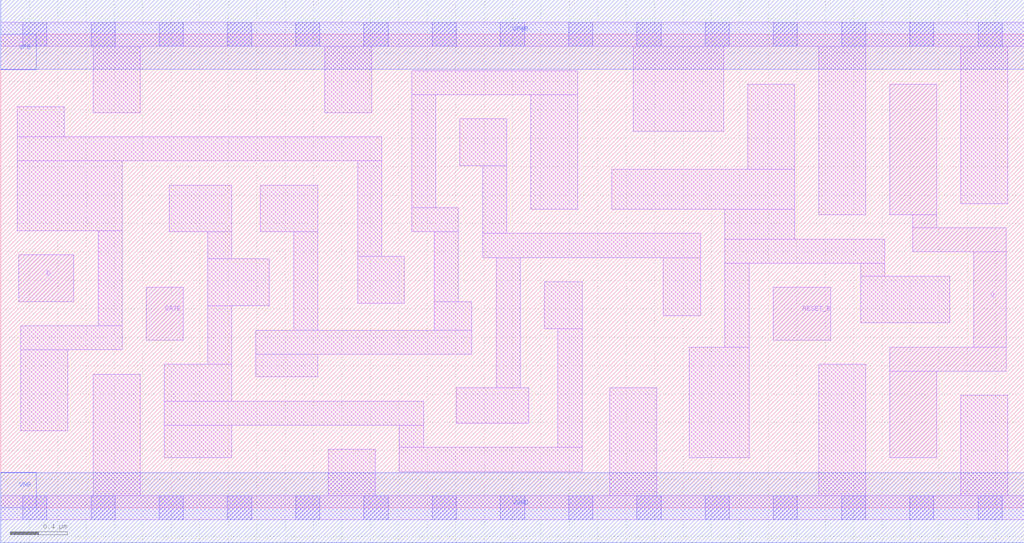
<source format=lef>
# Copyright 2020 The SkyWater PDK Authors
#
# Licensed under the Apache License, Version 2.0 (the "License");
# you may not use this file except in compliance with the License.
# You may obtain a copy of the License at
#
#     https://www.apache.org/licenses/LICENSE-2.0
#
# Unless required by applicable law or agreed to in writing, software
# distributed under the License is distributed on an "AS IS" BASIS,
# WITHOUT WARRANTIES OR CONDITIONS OF ANY KIND, either express or implied.
# See the License for the specific language governing permissions and
# limitations under the License.
#
# SPDX-License-Identifier: Apache-2.0

VERSION 5.5 ;
NAMESCASESENSITIVE ON ;
BUSBITCHARS "[]" ;
DIVIDERCHAR "/" ;
MACRO sky130_fd_sc_hs__dlrtp_2
  CLASS CORE ;
  SOURCE USER ;
  ORIGIN  0.000000  0.000000 ;
  SIZE  7.200000 BY  3.330000 ;
  SYMMETRY X Y ;
  SITE unit ;
  PIN D
    ANTENNAGATEAREA  0.208000 ;
    DIRECTION INPUT ;
    USE SIGNAL ;
    PORT
      LAYER li1 ;
        RECT 0.125000 1.450000 0.515000 1.780000 ;
    END
  END D
  PIN Q
    ANTENNADIFFAREA  0.567400 ;
    DIRECTION OUTPUT ;
    USE SIGNAL ;
    PORT
      LAYER li1 ;
        RECT 6.255000 0.350000 6.585000 0.960000 ;
        RECT 6.255000 0.960000 7.075000 1.130000 ;
        RECT 6.255000 2.060000 6.585000 2.980000 ;
        RECT 6.415000 1.800000 7.075000 1.970000 ;
        RECT 6.415000 1.970000 6.585000 2.060000 ;
        RECT 6.845000 1.130000 7.075000 1.800000 ;
    END
  END Q
  PIN RESET_B
    ANTENNAGATEAREA  0.279000 ;
    DIRECTION INPUT ;
    USE SIGNAL ;
    PORT
      LAYER li1 ;
        RECT 5.435000 1.180000 5.840000 1.550000 ;
    END
  END RESET_B
  PIN GATE
    ANTENNAGATEAREA  0.237000 ;
    DIRECTION INPUT ;
    USE CLOCK ;
    PORT
      LAYER li1 ;
        RECT 1.025000 1.180000 1.285000 1.550000 ;
    END
  END GATE
  PIN VGND
    DIRECTION INOUT ;
    USE GROUND ;
    PORT
      LAYER met1 ;
        RECT 0.000000 -0.245000 7.200000 0.245000 ;
    END
  END VGND
  PIN VNB
    DIRECTION INOUT ;
    USE GROUND ;
    PORT
      LAYER met1 ;
        RECT 0.000000 0.000000 0.250000 0.250000 ;
    END
  END VNB
  PIN VPB
    DIRECTION INOUT ;
    USE POWER ;
    PORT
      LAYER met1 ;
        RECT 0.000000 3.080000 0.250000 3.330000 ;
    END
  END VPB
  PIN VPWR
    DIRECTION INOUT ;
    USE POWER ;
    PORT
      LAYER met1 ;
        RECT 0.000000 3.085000 7.200000 3.575000 ;
    END
  END VPWR
  OBS
    LAYER li1 ;
      RECT 0.000000 -0.085000 7.200000 0.085000 ;
      RECT 0.000000  3.245000 7.200000 3.415000 ;
      RECT 0.115000  1.950000 0.855000 2.440000 ;
      RECT 0.115000  2.440000 2.680000 2.610000 ;
      RECT 0.115000  2.610000 0.445000 2.820000 ;
      RECT 0.140000  0.540000 0.470000 1.110000 ;
      RECT 0.140000  1.110000 0.855000 1.280000 ;
      RECT 0.650000  0.085000 0.980000 0.940000 ;
      RECT 0.650000  2.780000 0.980000 3.245000 ;
      RECT 0.685000  1.280000 0.855000 1.950000 ;
      RECT 1.150000  0.350000 1.625000 0.580000 ;
      RECT 1.150000  0.580000 2.975000 0.750000 ;
      RECT 1.150000  0.750000 1.625000 1.010000 ;
      RECT 1.185000  1.940000 1.625000 2.270000 ;
      RECT 1.455000  1.010000 1.625000 1.420000 ;
      RECT 1.455000  1.420000 1.890000 1.750000 ;
      RECT 1.455000  1.750000 1.625000 1.940000 ;
      RECT 1.795000  0.920000 2.230000 1.080000 ;
      RECT 1.795000  1.080000 3.315000 1.250000 ;
      RECT 1.825000  1.940000 2.230000 2.270000 ;
      RECT 2.060000  1.250000 2.230000 1.940000 ;
      RECT 2.280000  2.780000 2.610000 3.245000 ;
      RECT 2.305000  0.085000 2.635000 0.410000 ;
      RECT 2.510000  1.440000 2.840000 1.770000 ;
      RECT 2.510000  1.770000 2.680000 2.440000 ;
      RECT 2.805000  0.255000 4.090000 0.425000 ;
      RECT 2.805000  0.425000 2.975000 0.580000 ;
      RECT 2.890000  1.940000 3.220000 2.110000 ;
      RECT 2.890000  2.110000 3.060000 2.905000 ;
      RECT 2.890000  2.905000 4.060000 3.075000 ;
      RECT 3.050000  1.250000 3.315000 1.450000 ;
      RECT 3.050000  1.450000 3.220000 1.940000 ;
      RECT 3.205000  0.595000 3.715000 0.845000 ;
      RECT 3.230000  2.405000 3.560000 2.735000 ;
      RECT 3.390000  1.760000 4.925000 1.930000 ;
      RECT 3.390000  1.930000 3.560000 2.405000 ;
      RECT 3.485000  0.845000 3.655000 1.760000 ;
      RECT 3.730000  2.100000 4.060000 2.905000 ;
      RECT 3.825000  1.260000 4.090000 1.590000 ;
      RECT 3.920000  0.425000 4.090000 1.260000 ;
      RECT 4.285000  0.085000 4.615000 0.845000 ;
      RECT 4.300000  2.100000 5.585000 2.380000 ;
      RECT 4.450000  2.650000 5.085000 3.245000 ;
      RECT 4.660000  1.350000 4.925000 1.760000 ;
      RECT 4.845000  0.350000 5.265000 1.130000 ;
      RECT 5.095000  1.130000 5.265000 1.720000 ;
      RECT 5.095000  1.720000 6.220000 1.890000 ;
      RECT 5.095000  1.890000 5.585000 2.100000 ;
      RECT 5.255000  2.380000 5.585000 2.980000 ;
      RECT 5.755000  0.085000 6.085000 1.010000 ;
      RECT 5.755000  2.060000 6.085000 3.245000 ;
      RECT 6.050000  1.300000 6.675000 1.630000 ;
      RECT 6.050000  1.630000 6.220000 1.720000 ;
      RECT 6.755000  0.085000 7.085000 0.790000 ;
      RECT 6.755000  2.140000 7.085000 3.245000 ;
    LAYER mcon ;
      RECT 0.155000 -0.085000 0.325000 0.085000 ;
      RECT 0.155000  3.245000 0.325000 3.415000 ;
      RECT 0.635000 -0.085000 0.805000 0.085000 ;
      RECT 0.635000  3.245000 0.805000 3.415000 ;
      RECT 1.115000 -0.085000 1.285000 0.085000 ;
      RECT 1.115000  3.245000 1.285000 3.415000 ;
      RECT 1.595000 -0.085000 1.765000 0.085000 ;
      RECT 1.595000  3.245000 1.765000 3.415000 ;
      RECT 2.075000 -0.085000 2.245000 0.085000 ;
      RECT 2.075000  3.245000 2.245000 3.415000 ;
      RECT 2.555000 -0.085000 2.725000 0.085000 ;
      RECT 2.555000  3.245000 2.725000 3.415000 ;
      RECT 3.035000 -0.085000 3.205000 0.085000 ;
      RECT 3.035000  3.245000 3.205000 3.415000 ;
      RECT 3.515000 -0.085000 3.685000 0.085000 ;
      RECT 3.515000  3.245000 3.685000 3.415000 ;
      RECT 3.995000 -0.085000 4.165000 0.085000 ;
      RECT 3.995000  3.245000 4.165000 3.415000 ;
      RECT 4.475000 -0.085000 4.645000 0.085000 ;
      RECT 4.475000  3.245000 4.645000 3.415000 ;
      RECT 4.955000 -0.085000 5.125000 0.085000 ;
      RECT 4.955000  3.245000 5.125000 3.415000 ;
      RECT 5.435000 -0.085000 5.605000 0.085000 ;
      RECT 5.435000  3.245000 5.605000 3.415000 ;
      RECT 5.915000 -0.085000 6.085000 0.085000 ;
      RECT 5.915000  3.245000 6.085000 3.415000 ;
      RECT 6.395000 -0.085000 6.565000 0.085000 ;
      RECT 6.395000  3.245000 6.565000 3.415000 ;
      RECT 6.875000 -0.085000 7.045000 0.085000 ;
      RECT 6.875000  3.245000 7.045000 3.415000 ;
  END
END sky130_fd_sc_hs__dlrtp_2

</source>
